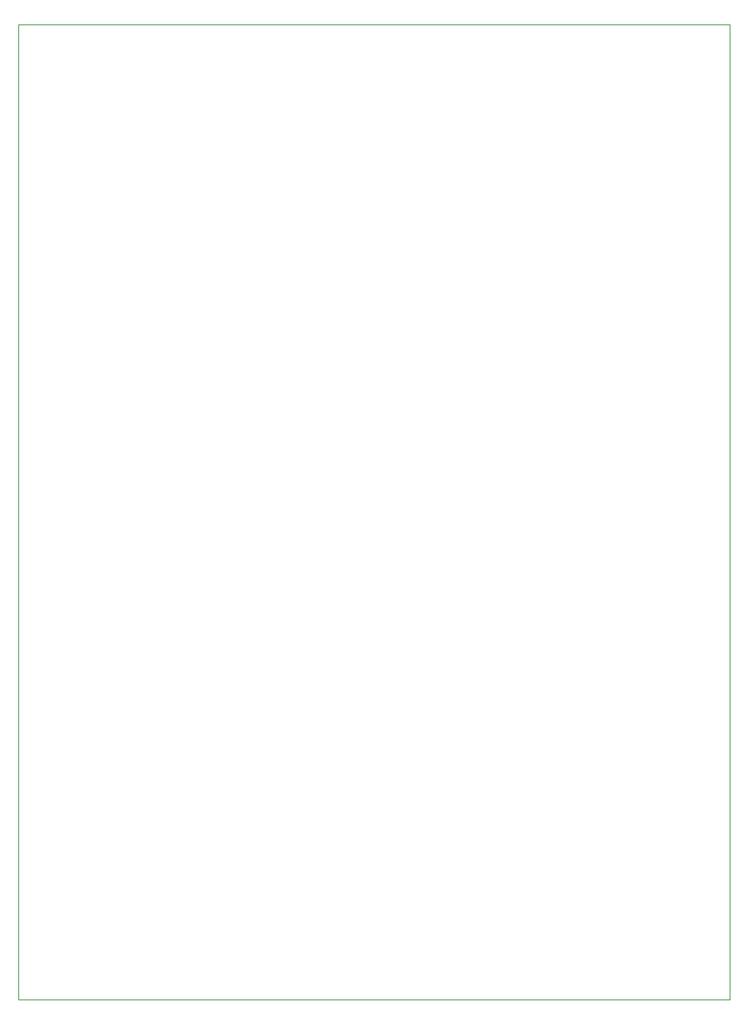
<source format=gbr>
G04 #@! TF.GenerationSoftware,KiCad,Pcbnew,(6.0.5-0)*
G04 #@! TF.CreationDate,2023-09-16T19:39:36-05:00*
G04 #@! TF.ProjectId,bells-venn,62656c6c-732d-4766-956e-6e2e6b696361,rev?*
G04 #@! TF.SameCoordinates,Original*
G04 #@! TF.FileFunction,Profile,NP*
%FSLAX46Y46*%
G04 Gerber Fmt 4.6, Leading zero omitted, Abs format (unit mm)*
G04 Created by KiCad (PCBNEW (6.0.5-0)) date 2023-09-16 19:39:36*
%MOMM*%
%LPD*%
G01*
G04 APERTURE LIST*
G04 #@! TA.AperFunction,Profile*
%ADD10C,0.050000*%
G04 #@! TD*
G04 APERTURE END LIST*
D10*
X277672800Y-135712200D02*
X198780400Y-135712200D01*
X198780400Y-135712200D02*
X198780400Y-27787600D01*
X277672800Y-27787600D02*
X277672800Y-135712200D01*
X198780400Y-27787600D02*
X277672800Y-27787600D01*
M02*

</source>
